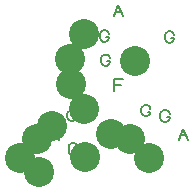
<source format=gbr>
G04 EasyPC Gerber Version 20.0.2 Build 4112 *
G04 #@! TF.Part,Single*
%FSLAX25Y25*%
%MOIN*%
%ADD11C,0.00500*%
%ADD10C,0.10000*%
X0Y0D02*
D02*
D10*
X10100Y16550D03*
X16000Y22950D03*
X16400Y11750D03*
X21000Y27350D03*
X26800Y49450D03*
X27200Y41350D03*
X31500Y33050D03*
Y57850D03*
X31900Y16850D03*
X40600Y24550D03*
X47000Y22750D03*
X48500Y49050D03*
X53100Y16650D03*
D02*
D11*
X20100Y22487D02*
X21663Y26237D01*
X23225Y22487*
X20725Y24050D02*
X22600D01*
X28187Y30450D02*
X29125D01*
Y30137*
X28813Y29513*
X28500Y29200*
X27875Y28887*
X27250*
X26625Y29200*
X26313Y29513*
X26000Y30137*
Y31387*
X26313Y32013*
X26625Y32325*
X27250Y32637*
X27875*
X28500Y32325*
X28813Y32013*
X29125Y31387*
X28587Y19250D02*
X29525D01*
Y18937*
X29213Y18313*
X28900Y18000*
X28275Y17687*
X27650*
X27025Y18000*
X26713Y18313*
X26400Y18937*
Y20187*
X26713Y20813*
X27025Y21125*
X27650Y21437*
X28275*
X28900Y21125*
X29213Y20813*
X29525Y20187*
X33187Y34850D02*
X34125D01*
Y34537*
X33813Y33913*
X33500Y33600*
X32875Y33287*
X32250*
X31625Y33600*
X31313Y33913*
X31000Y34537*
Y35787*
X31313Y36413*
X31625Y36725*
X32250Y37037*
X32875*
X33500Y36725*
X33813Y36413*
X34125Y35787*
X38987Y56950D02*
X39925D01*
Y56637*
X39613Y56013*
X39300Y55700*
X38675Y55387*
X38050*
X37425Y55700*
X37113Y56013*
X36800Y56637*
Y57887*
X37113Y58513*
X37425Y58825*
X38050Y59137*
X38675*
X39300Y58825*
X39613Y58513*
X39925Y57887*
X39387Y48850D02*
X40325D01*
Y48537*
X40013Y47913*
X39700Y47600*
X39075Y47287*
X38450*
X37825Y47600*
X37513Y47913*
X37200Y48537*
Y49787*
X37513Y50413*
X37825Y50725*
X38450Y51037*
X39075*
X39700Y50725*
X40013Y50413*
X40325Y49787*
X41500Y38987D02*
Y42737D01*
X44625*
X44000Y40863D02*
X41500D01*
Y63787D02*
X43063Y67537D01*
X44625Y63787*
X42125Y65350D02*
X44000D01*
X44087Y24350D02*
X45025D01*
Y24037*
X44713Y23413*
X44400Y23100*
X43775Y22787*
X43150*
X42525Y23100*
X42213Y23413*
X41900Y24037*
Y25287*
X42213Y25913*
X42525Y26225*
X43150Y26537*
X43775*
X44400Y26225*
X44713Y25913*
X45025Y25287*
X52787Y32050D02*
X53725D01*
Y31737*
X53413Y31113*
X53100Y30800*
X52475Y30487*
X51850*
X51225Y30800*
X50913Y31113*
X50600Y31737*
Y32987*
X50913Y33613*
X51225Y33925*
X51850Y34237*
X52475*
X53100Y33925*
X53413Y33613*
X53725Y32987*
X59187Y30250D02*
X60125D01*
Y29937*
X59813Y29313*
X59500Y29000*
X58875Y28687*
X58250*
X57625Y29000*
X57313Y29313*
X57000Y29937*
Y31187*
X57313Y31813*
X57625Y32125*
X58250Y32437*
X58875*
X59500Y32125*
X59813Y31813*
X60125Y31187*
X60687Y56550D02*
X61625D01*
Y56237*
X61313Y55613*
X61000Y55300*
X60375Y54987*
X59750*
X59125Y55300*
X58813Y55613*
X58500Y56237*
Y57487*
X58813Y58113*
X59125Y58425*
X59750Y58737*
X60375*
X61000Y58425*
X61313Y58113*
X61625Y57487*
X63100Y22587D02*
X64663Y26337D01*
X66225Y22587*
X63725Y24150D02*
X65600D01*
X0Y0D02*
M02*

</source>
